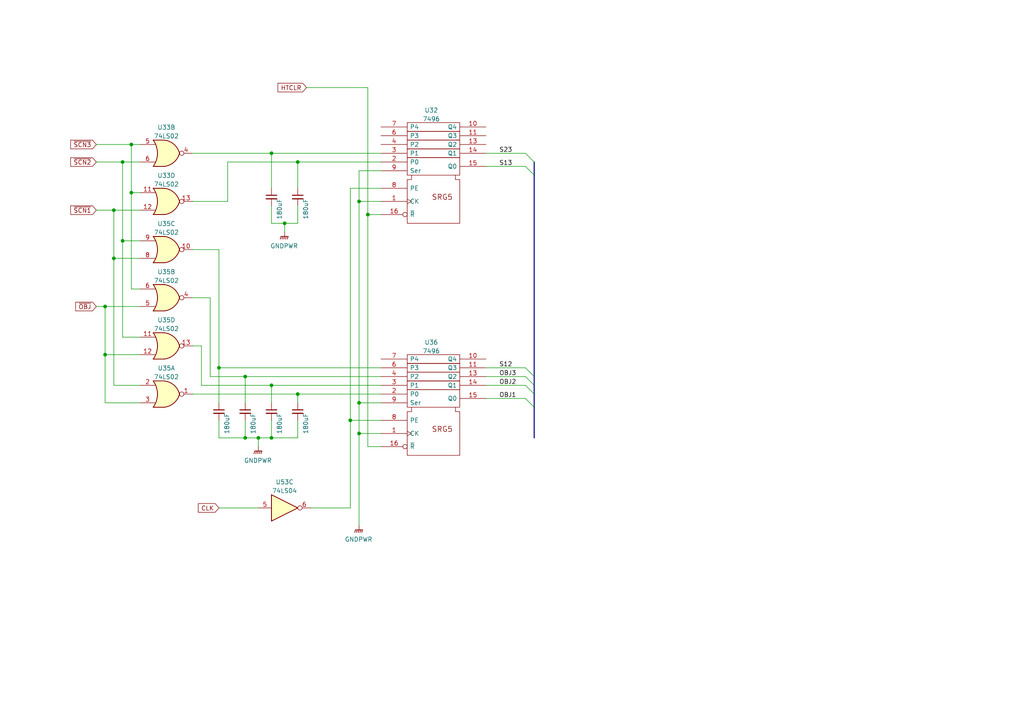
<source format=kicad_sch>
(kicad_sch (version 20211123) (generator eeschema)
  (paper "A4")
  (title_block (title "TAITO SYSTEM SJ") (company "ANTON GALE"))
  (lib_symbols
    (symbol "74xx_IEEE:7496" (pin_names (offset 0.762))
      (property "Reference" "U" (at 11.43 5.08 0))
      (property "Value" "7496" (at 6.35 -16.51 0))
      (symbol "7496_0_0"
        (polyline (pts (xy -8.89 0) (xy -8.89 0)))
        (text "SRG5" (at 2.54 6.35 0) (effects (font (size 1.524 1.524))))
        (pin power_in line (at 0 13.97 270) (length 0) hide (name "GND") (number "12"))
        (pin power_in line (at 5.08 13.97 270) (length 0) hide (name "VCC") (number "5"))
      )
      (symbol "7496_0_1"
        (rectangle (start -7.62 -12.7) (end 7.62 -15.24))
        (rectangle (start -7.62 -10.16) (end 7.62 -12.7))
        (rectangle (start -7.62 -7.62) (end 7.62 -10.16))
        (rectangle (start -7.62 -5.08) (end 7.62 -7.62))
        (rectangle (start -7.62 0) (end 7.62 -5.08))
        (polyline (pts (xy -6.35 0) (xy -6.35 1.27) (xy -7.62 1.27) (xy -7.62 13.97) (xy 7.62 13.97) (xy 7.62 1.27) (xy 6.35 1.27) (xy 6.35 0) (xy 6.35 0)))
      )
      (symbol "7496_1_1"
        (pin input clock (at -15.24 7.62 0) (length 7.62) (name "CK") (number "1"))
        (pin output line (at 15.24 -13.97 180) (length 7.62) (name "Q4") (number "10"))
        (pin output line (at 15.24 -11.43 180) (length 7.62) (name "Q3") (number "11"))
        (pin output line (at 15.24 -8.89 180) (length 7.62) (name "Q2") (number "13"))
        (pin output line (at 15.24 -6.35 180) (length 7.62) (name "Q1") (number "14"))
        (pin output line (at 15.24 -2.54 180) (length 7.62) (name "Q0") (number "15"))
        (pin input inverted (at -15.24 11.43 0) (length 7.62) (name "~{R}") (number "16"))
        (pin input line (at -15.24 -3.81 0) (length 7.62) (name "P0") (number "2"))
        (pin input line (at -15.24 -6.35 0) (length 7.62) (name "P1") (number "3"))
        (pin input line (at -15.24 -8.89 0) (length 7.62) (name "P2") (number "4"))
        (pin input line (at -15.24 -11.43 0) (length 7.62) (name "P3") (number "6"))
        (pin input line (at -15.24 -13.97 0) (length 7.62) (name "P4") (number "7"))
        (pin input line (at -15.24 3.81 0) (length 7.62) (name "PE") (number "8"))
        (pin input line (at -15.24 -1.27 0) (length 7.62) (name "Ser") (number "9"))
      )
    )
    (symbol "Device:C_Small" (pin_numbers hide) (pin_names (offset 0.254) hide)
      (property "Reference" "C" (at 0.254 1.778 0))
      (property "Value" "C_Small" (at 0.254 -2.032 0))
      (symbol "C_Small_0_1"
        (polyline (pts (xy -1.524 -0.508) (xy 1.524 -0.508)) (stroke (width 0.3302)))
        (polyline (pts (xy -1.524 0.508) (xy 1.524 0.508)) (stroke (width 0.3048)))
      )
      (symbol "C_Small_1_1"
        (pin passive line (at 0 2.54 270) (length 2.032) (name "~") (number "1"))
        (pin passive line (at 0 -2.54 90) (length 2.032) (name "~") (number "2"))
      )
    )
    (symbol "jt74:74LS02" (pin_names (offset 1.016))
      (property "Reference" "U" (at 0 1.27 0))
      (property "Value" "74LS02" (at 0 -1.27 0))
      (symbol "74LS02_1_1"
        (arc (start -3.81 -3.81) (mid -2.589 0) (end -3.81 3.81) (stroke (width 0.254)))
        (arc (start -0.6096 -3.81) (mid 2.1842 -2.5851) (end 3.81 0) (stroke (width 0.254)) (fill (type background)))
        (polyline (pts (xy -3.81 -3.81) (xy -0.635 -3.81)) (stroke (width 0.254)) (fill (type background)))
        (polyline (pts (xy -3.81 3.81) (xy -0.635 3.81)) (stroke (width 0.254)) (fill (type background)))
        (polyline (pts (xy -0.635 3.81) (xy -3.81 3.81) (xy -3.81 3.81) (xy -3.556 3.4036) (xy -3.0226 2.2606) (xy -2.6924 1.0414) (xy -2.6162 -0.254) (xy -2.7686 -1.4986) (xy -3.175 -2.7178) (xy -3.81 -3.81) (xy -3.81 -3.81) (xy -0.635 -3.81)) (stroke (width -25.4)) (fill (type background)))
        (arc (start 3.81 0) (mid 2.1915 2.5936) (end -0.6096 3.81) (stroke (width 0.254)) (fill (type background)))
        (pin output inverted (at 7.62 0 180) (length 3.81) (name "~") (number "1"))
        (pin input line (at -7.62 2.54 0) (length 4.318) (name "~") (number "2"))
        (pin input line (at -7.62 -2.54 0) (length 4.318) (name "~") (number "3"))
      )
      (symbol "74LS02_1_2"
        (arc (start 0 -3.81) (mid 3.81 0) (end 0 3.81) (stroke (width 0.254)) (fill (type background)))
        (polyline (pts (xy 0 3.81) (xy -3.81 3.81) (xy -3.81 -3.81) (xy 0 -3.81)) (stroke (width 0.254)) (fill (type background)))
        (pin output line (at 7.62 0 180) (length 3.81) (name "~") (number "1"))
        (pin input inverted (at -7.62 2.54 0) (length 3.81) (name "~") (number "2"))
        (pin input inverted (at -7.62 -2.54 0) (length 3.81) (name "~") (number "3"))
      )
      (symbol "74LS02_2_1"
        (arc (start -3.81 -3.81) (mid -2.589 0) (end -3.81 3.81) (stroke (width 0.254)))
        (arc (start -0.6096 -3.81) (mid 2.1842 -2.5851) (end 3.81 0) (stroke (width 0.254)) (fill (type background)))
        (polyline (pts (xy -3.81 -3.81) (xy -0.635 -3.81)) (stroke (width 0.254)) (fill (type background)))
        (polyline (pts (xy -3.81 3.81) (xy -0.635 3.81)) (stroke (width 0.254)) (fill (type background)))
        (polyline (pts (xy -0.635 3.81) (xy -3.81 3.81) (xy -3.81 3.81) (xy -3.556 3.4036) (xy -3.0226 2.2606) (xy -2.6924 1.0414) (xy -2.6162 -0.254) (xy -2.7686 -1.4986) (xy -3.175 -2.7178) (xy -3.81 -3.81) (xy -3.81 -3.81) (xy -0.635 -3.81)) (stroke (width -25.4)) (fill (type background)))
        (arc (start 3.81 0) (mid 2.1915 2.5936) (end -0.6096 3.81) (stroke (width 0.254)) (fill (type background)))
        (pin output inverted (at 7.62 0 180) (length 3.81) (name "~") (number "4"))
        (pin input line (at -7.62 2.54 0) (length 4.318) (name "~") (number "5"))
        (pin input line (at -7.62 -2.54 0) (length 4.318) (name "~") (number "6"))
      )
      (symbol "74LS02_2_2"
        (arc (start 0 -3.81) (mid 3.81 0) (end 0 3.81) (stroke (width 0.254)) (fill (type background)))
        (polyline (pts (xy 0 3.81) (xy -3.81 3.81) (xy -3.81 -3.81) (xy 0 -3.81)) (stroke (width 0.254)) (fill (type background)))
        (pin output line (at 7.62 0 180) (length 3.81) (name "~") (number "4"))
        (pin input inverted (at -7.62 2.54 0) (length 3.81) (name "~") (number "5"))
        (pin input inverted (at -7.62 -2.54 0) (length 3.81) (name "~") (number "6"))
      )
      (symbol "74LS02_3_1"
        (arc (start -3.81 -3.81) (mid -2.589 0) (end -3.81 3.81) (stroke (width 0.254)))
        (arc (start -0.6096 -3.81) (mid 2.1842 -2.5851) (end 3.81 0) (stroke (width 0.254)) (fill (type background)))
        (polyline (pts (xy -3.81 -3.81) (xy -0.635 -3.81)) (stroke (width 0.254)) (fill (type background)))
        (polyline (pts (xy -3.81 3.81) (xy -0.635 3.81)) (stroke (width 0.254)) (fill (type background)))
        (polyline (pts (xy -0.635 3.81) (xy -3.81 3.81) (xy -3.81 3.81) (xy -3.556 3.4036) (xy -3.0226 2.2606) (xy -2.6924 1.0414) (xy -2.6162 -0.254) (xy -2.7686 -1.4986) (xy -3.175 -2.7178) (xy -3.81 -3.81) (xy -3.81 -3.81) (xy -0.635 -3.81)) (stroke (width -25.4)) (fill (type background)))
        (arc (start 3.81 0) (mid 2.1915 2.5936) (end -0.6096 3.81) (stroke (width 0.254)) (fill (type background)))
        (pin output inverted (at 7.62 0 180) (length 3.81) (name "~") (number "10"))
        (pin input line (at -7.62 2.54 0) (length 4.318) (name "~") (number "8"))
        (pin input line (at -7.62 -2.54 0) (length 4.318) (name "~") (number "9"))
      )
      (symbol "74LS02_3_2"
        (arc (start 0 -3.81) (mid 3.81 0) (end 0 3.81) (stroke (width 0.254)) (fill (type background)))
        (polyline (pts (xy 0 3.81) (xy -3.81 3.81) (xy -3.81 -3.81) (xy 0 -3.81)) (stroke (width 0.254)) (fill (type background)))
        (pin output line (at 7.62 0 180) (length 3.81) (name "~") (number "10"))
        (pin input inverted (at -7.62 2.54 0) (length 3.81) (name "~") (number "8"))
        (pin input inverted (at -7.62 -2.54 0) (length 3.81) (name "~") (number "9"))
      )
      (symbol "74LS02_4_1"
        (arc (start -3.81 -3.81) (mid -2.589 0) (end -3.81 3.81) (stroke (width 0.254)))
        (arc (start -0.6096 -3.81) (mid 2.1842 -2.5851) (end 3.81 0) (stroke (width 0.254)) (fill (type background)))
        (polyline (pts (xy -3.81 -3.81) (xy -0.635 -3.81)) (stroke (width 0.254)) (fill (type background)))
        (polyline (pts (xy -3.81 3.81) (xy -0.635 3.81)) (stroke (width 0.254)) (fill (type background)))
        (polyline (pts (xy -0.635 3.81) (xy -3.81 3.81) (xy -3.81 3.81) (xy -3.556 3.4036) (xy -3.0226 2.2606) (xy -2.6924 1.0414) (xy -2.6162 -0.254) (xy -2.7686 -1.4986) (xy -3.175 -2.7178) (xy -3.81 -3.81) (xy -3.81 -3.81) (xy -0.635 -3.81)) (stroke (width -25.4)) (fill (type background)))
        (arc (start 3.81 0) (mid 2.1915 2.5936) (end -0.6096 3.81) (stroke (width 0.254)) (fill (type background)))
        (pin input line (at -7.62 2.54 0) (length 4.318) (name "~") (number "11"))
        (pin input line (at -7.62 -2.54 0) (length 4.318) (name "~") (number "12"))
        (pin output inverted (at 7.62 0 180) (length 3.81) (name "~") (number "13"))
      )
      (symbol "74LS02_4_2"
        (arc (start 0 -3.81) (mid 3.81 0) (end 0 3.81) (stroke (width 0.254)) (fill (type background)))
        (polyline (pts (xy 0 3.81) (xy -3.81 3.81) (xy -3.81 -3.81) (xy 0 -3.81)) (stroke (width 0.254)) (fill (type background)))
        (pin input inverted (at -7.62 2.54 0) (length 3.81) (name "~") (number "11"))
        (pin input inverted (at -7.62 -2.54 0) (length 3.81) (name "~") (number "12"))
        (pin output line (at 7.62 0 180) (length 3.81) (name "~") (number "13"))
      )
      (symbol "74LS02_5_0"
        (pin power_in line (at 0 7.62 270) (length 5.08) hide (name "VCC") (number "14"))
        (pin power_in line (at 0 -7.62 90) (length 5.08) hide (name "VSS") (number "7"))
      )
      (symbol "74LS02_5_1"
        (rectangle (start -5.08 7.62) (end 5.08 -7.62) (stroke (width 0.254)) (fill (type background)))
      )
    )
    (symbol "jt74:74LS04" (pin_names (offset 1.016))
      (property "Reference" "U" (at 0 1.27 0))
      (property "Value" "74LS04" (at 0 -1.27 0))
      (symbol "74LS04_1_0"
        (polyline (pts (xy -3.81 3.81) (xy -3.81 -3.81) (xy 3.81 0) (xy -3.81 3.81)) (stroke (width 0.254)) (fill (type background)))
        (pin input line (at -7.62 0 0) (length 3.81) (name "~") (number "1"))
        (pin output inverted (at 7.62 0 180) (length 3.81) (name "~") (number "2"))
      )
      (symbol "74LS04_2_0"
        (polyline (pts (xy -3.81 3.81) (xy -3.81 -3.81) (xy 3.81 0) (xy -3.81 3.81)) (stroke (width 0.254)) (fill (type background)))
        (pin input line (at -7.62 0 0) (length 3.81) (name "~") (number "3"))
        (pin output inverted (at 7.62 0 180) (length 3.81) (name "~") (number "4"))
      )
      (symbol "74LS04_3_0"
        (polyline (pts (xy -3.81 3.81) (xy -3.81 -3.81) (xy 3.81 0) (xy -3.81 3.81)) (stroke (width 0.254)) (fill (type background)))
        (pin input line (at -7.62 0 0) (length 3.81) (name "~") (number "5"))
        (pin output inverted (at 7.62 0 180) (length 3.81) (name "~") (number "6"))
      )
      (symbol "74LS04_4_0"
        (polyline (pts (xy -3.81 3.81) (xy -3.81 -3.81) (xy 3.81 0) (xy -3.81 3.81)) (stroke (width 0.254)) (fill (type background)))
        (pin output inverted (at 7.62 0 180) (length 3.81) (name "~") (number "8"))
        (pin input line (at -7.62 0 0) (length 3.81) (name "~") (number "9"))
      )
      (symbol "74LS04_5_0"
        (polyline (pts (xy -3.81 3.81) (xy -3.81 -3.81) (xy 3.81 0) (xy -3.81 3.81)) (stroke (width 0.254)) (fill (type background)))
        (pin output inverted (at 7.62 0 180) (length 3.81) (name "~") (number "10"))
        (pin input line (at -7.62 0 0) (length 3.81) (name "~") (number "11"))
      )
      (symbol "74LS04_6_0"
        (polyline (pts (xy -3.81 3.81) (xy -3.81 -3.81) (xy 3.81 0) (xy -3.81 3.81)) (stroke (width 0.254)) (fill (type background)))
        (pin output inverted (at 7.62 0 180) (length 3.81) (name "~") (number "12"))
        (pin input line (at -7.62 0 0) (length 3.81) (name "~") (number "13"))
      )
      (symbol "74LS04_7_0"
        (pin power_in line (at 0 7.62 270) (length 5.08) hide (name "VCC") (number "14"))
        (pin power_in line (at 0 -7.62 90) (length 5.08) hide (name "VSS") (number "7"))
      )
      (symbol "74LS04_7_1"
        (rectangle (start -5.08 7.62) (end 5.08 -7.62) (stroke (width 0.254)) (fill (type background)))
      )
    )
    (symbol "power:GNDPWR" (power) (pin_names (offset 0))
      (property "Value" "GNDPWR" (at 0 -3.302 0))
      (symbol "GNDPWR_0_1"
        (polyline (pts (xy 0 -1.27) (xy 0 0)))
        (polyline (pts (xy -1.016 -1.27) (xy -1.27 -2.032) (xy -1.27 -2.032)) (stroke (width 0.2032)))
        (polyline (pts (xy -0.508 -1.27) (xy -0.762 -2.032) (xy -0.762 -2.032)) (stroke (width 0.2032)))
        (polyline (pts (xy 0 -1.27) (xy -0.254 -2.032) (xy -0.254 -2.032)) (stroke (width 0.2032)))
        (polyline (pts (xy 0.508 -1.27) (xy 0.254 -2.032) (xy 0.254 -2.032)) (stroke (width 0.2032)))
        (polyline (pts (xy 1.016 -1.27) (xy -1.016 -1.27) (xy -1.016 -1.27)) (stroke (width 0.2032)))
        (polyline (pts (xy 1.016 -1.27) (xy 0.762 -2.032) (xy 0.762 -2.032) (xy 0.762 -2.032)) (stroke (width 0.2032)))
      )
      (symbol "GNDPWR_1_1"
        (pin power_in line (at 0 0 270) (length 0) hide (name "GNDPWR") (number "1"))
      )
    )
  )
  (junction (at 101.6 121.92))
  (junction (at 35.56 69.85))
  (junction (at 82.55 64.77))
  (junction (at 104.14 125.73))
  (junction (at 71.12 127))
  (junction (at 38.1 41.91))
  (junction (at 86.36 114.3))
  (junction (at 78.74 111.76))
  (junction (at 33.02 74.93))
  (junction (at 78.74 127))
  (junction (at 104.14 58.42))
  (junction (at 78.74 44.45))
  (junction (at 38.1 55.88))
  (junction (at 63.5 106.68))
  (junction (at 33.02 60.96))
  (junction (at 74.93 127))
  (junction (at 106.68 62.23))
  (junction (at 86.36 46.99))
  (junction (at 104.14 116.84))
  (junction (at 30.48 102.87))
  (junction (at 71.12 109.22))
  (junction (at 35.56 46.99))
  (junction (at 30.48 88.9))
  (bus_entry (at 152.4 44.45) (size 2.54 2.54))
  (bus_entry (at 152.4 48.26) (size 2.54 2.54))
  (bus_entry (at 152.4 106.68) (size 2.54 2.54))
  (bus_entry (at 152.4 109.22) (size 2.54 2.54))
  (bus_entry (at 152.4 111.76) (size 2.54 2.54))
  (bus_entry (at 152.4 115.57) (size 2.54 2.54))
  (wire (pts (xy 27.94 88.9) (xy 30.48 88.9)))
  (wire (pts (xy 55.88 86.36) (xy 60.96 86.36)))
  (wire (pts (xy 38.1 41.91) (xy 40.64 41.91)))
  (bus (pts (xy 154.94 46.99) (xy 154.94 50.8)))
  (wire (pts (xy 82.55 64.77) (xy 82.55 67.31)))
  (wire (pts (xy 55.88 72.39) (xy 63.5 72.39)))
  (wire (pts (xy 60.96 86.36) (xy 60.96 109.22)))
  (bus (pts (xy 154.94 50.8) (xy 154.94 109.22)))
  (wire (pts (xy 58.42 100.33) (xy 58.42 111.76)))
  (wire (pts (xy 71.12 109.22) (xy 71.12 116.84)))
  (bus (pts (xy 154.94 109.22) (xy 154.94 111.76)))
  (wire (pts (xy 110.49 54.61) (xy 101.6 54.61)))
  (wire (pts (xy 86.36 114.3) (xy 110.49 114.3)))
  (wire (pts (xy 106.68 62.23) (xy 110.49 62.23)))
  (wire (pts (xy 27.94 41.91) (xy 38.1 41.91)))
  (wire (pts (xy 101.6 121.92) (xy 110.49 121.92)))
  (wire (pts (xy 101.6 121.92) (xy 101.6 147.32)))
  (wire (pts (xy 104.14 125.73) (xy 104.14 152.4)))
  (wire (pts (xy 30.48 116.84) (xy 40.64 116.84)))
  (wire (pts (xy 140.97 115.57) (xy 152.4 115.57)))
  (wire (pts (xy 27.94 60.96) (xy 33.02 60.96)))
  (wire (pts (xy 140.97 44.45) (xy 152.4 44.45)))
  (wire (pts (xy 55.88 114.3) (xy 86.36 114.3)))
  (wire (pts (xy 78.74 44.45) (xy 110.49 44.45)))
  (wire (pts (xy 38.1 55.88) (xy 40.64 55.88)))
  (wire (pts (xy 63.5 106.68) (xy 110.49 106.68)))
  (wire (pts (xy 110.49 116.84) (xy 104.14 116.84)))
  (wire (pts (xy 33.02 60.96) (xy 33.02 74.93)))
  (wire (pts (xy 71.12 109.22) (xy 110.49 109.22)))
  (wire (pts (xy 33.02 60.96) (xy 40.64 60.96)))
  (wire (pts (xy 86.36 46.99) (xy 86.36 54.61)))
  (wire (pts (xy 38.1 83.82) (xy 40.64 83.82)))
  (wire (pts (xy 38.1 55.88) (xy 38.1 83.82)))
  (wire (pts (xy 35.56 46.99) (xy 35.56 69.85)))
  (wire (pts (xy 78.74 64.77) (xy 82.55 64.77)))
  (wire (pts (xy 78.74 59.69) (xy 78.74 64.77)))
  (wire (pts (xy 63.5 121.92) (xy 63.5 127)))
  (wire (pts (xy 88.9 25.4) (xy 106.68 25.4)))
  (wire (pts (xy 74.93 127) (xy 78.74 127)))
  (wire (pts (xy 60.96 109.22) (xy 71.12 109.22)))
  (wire (pts (xy 86.36 59.69) (xy 86.36 64.77)))
  (wire (pts (xy 33.02 74.93) (xy 40.64 74.93)))
  (bus (pts (xy 154.94 111.76) (xy 154.94 114.3)))
  (wire (pts (xy 30.48 102.87) (xy 40.64 102.87)))
  (wire (pts (xy 66.04 58.42) (xy 55.88 58.42)))
  (wire (pts (xy 106.68 62.23) (xy 106.68 25.4)))
  (wire (pts (xy 110.49 129.54) (xy 106.68 129.54)))
  (wire (pts (xy 106.68 129.54) (xy 106.68 62.23)))
  (wire (pts (xy 104.14 125.73) (xy 110.49 125.73)))
  (wire (pts (xy 63.5 147.32) (xy 74.93 147.32)))
  (wire (pts (xy 35.56 97.79) (xy 40.64 97.79)))
  (wire (pts (xy 71.12 121.92) (xy 71.12 127)))
  (wire (pts (xy 63.5 106.68) (xy 63.5 116.84)))
  (wire (pts (xy 35.56 69.85) (xy 35.56 97.79)))
  (wire (pts (xy 78.74 111.76) (xy 78.74 116.84)))
  (wire (pts (xy 66.04 46.99) (xy 66.04 58.42)))
  (wire (pts (xy 140.97 48.26) (xy 152.4 48.26)))
  (wire (pts (xy 140.97 111.76) (xy 152.4 111.76)))
  (wire (pts (xy 78.74 44.45) (xy 78.74 54.61)))
  (bus (pts (xy 154.94 118.11) (xy 154.94 127)))
  (wire (pts (xy 110.49 49.53) (xy 104.14 49.53)))
  (wire (pts (xy 38.1 41.91) (xy 38.1 55.88)))
  (wire (pts (xy 104.14 116.84) (xy 104.14 125.73)))
  (wire (pts (xy 86.36 121.92) (xy 86.36 127)))
  (wire (pts (xy 63.5 72.39) (xy 63.5 106.68)))
  (wire (pts (xy 58.42 111.76) (xy 78.74 111.76)))
  (wire (pts (xy 101.6 54.61) (xy 101.6 121.92)))
  (wire (pts (xy 104.14 58.42) (xy 110.49 58.42)))
  (wire (pts (xy 86.36 114.3) (xy 86.36 116.84)))
  (wire (pts (xy 104.14 49.53) (xy 104.14 58.42)))
  (wire (pts (xy 63.5 127) (xy 71.12 127)))
  (wire (pts (xy 30.48 88.9) (xy 30.48 102.87)))
  (wire (pts (xy 104.14 58.42) (xy 104.14 116.84)))
  (wire (pts (xy 35.56 69.85) (xy 40.64 69.85)))
  (wire (pts (xy 30.48 88.9) (xy 40.64 88.9)))
  (wire (pts (xy 78.74 111.76) (xy 110.49 111.76)))
  (bus (pts (xy 154.94 114.3) (xy 154.94 118.11)))
  (wire (pts (xy 140.97 106.68) (xy 152.4 106.68)))
  (wire (pts (xy 66.04 46.99) (xy 86.36 46.99)))
  (wire (pts (xy 35.56 46.99) (xy 40.64 46.99)))
  (wire (pts (xy 140.97 109.22) (xy 152.4 109.22)))
  (wire (pts (xy 30.48 102.87) (xy 30.48 116.84)))
  (wire (pts (xy 33.02 74.93) (xy 33.02 111.76)))
  (wire (pts (xy 110.49 46.99) (xy 86.36 46.99)))
  (wire (pts (xy 55.88 44.45) (xy 78.74 44.45)))
  (wire (pts (xy 71.12 127) (xy 74.93 127)))
  (wire (pts (xy 82.55 64.77) (xy 86.36 64.77)))
  (wire (pts (xy 78.74 121.92) (xy 78.74 127)))
  (wire (pts (xy 33.02 111.76) (xy 40.64 111.76)))
  (wire (pts (xy 74.93 127) (xy 74.93 129.54)))
  (wire (pts (xy 27.94 46.99) (xy 35.56 46.99)))
  (wire (pts (xy 55.88 100.33) (xy 58.42 100.33)))
  (wire (pts (xy 78.74 127) (xy 86.36 127)))
  (wire (pts (xy 90.17 147.32) (xy 101.6 147.32)))
  (label "S13" (at 144.78 48.26 0))
  (label "S12" (at 144.78 106.68 0))
  (label "OBJ3" (at 144.78 109.22 0))
  (label "OBJ2" (at 144.78 111.76 0))
  (label "S23" (at 144.78 44.45 0))
  (label "OBJ1" (at 144.78 115.57 0))
  (global_label "~{OBJ}" (shape input) (at 27.94 88.9 180) (property "Intersheet References" "${INTERSHEET_REFS}" (effects hide)))
  (global_label "HTCLR" (shape input) (at 88.9 25.4 180) (property "Intersheet References" "${INTERSHEET_REFS}" (effects hide)))
  (global_label "~{SCN1}" (shape input) (at 27.94 60.96 180) (property "Intersheet References" "${INTERSHEET_REFS}" (effects hide)))
  (global_label "~{SCN3}" (shape input) (at 27.94 41.91 180) (property "Intersheet References" "${INTERSHEET_REFS}" (effects hide)))
  (global_label "CLK" (shape input) (at 63.5 147.32 180) (property "Intersheet References" "${INTERSHEET_REFS}" (effects hide)))
  (global_label "~{SCN2}" (shape input) (at 27.94 46.99 180) (property "Intersheet References" "${INTERSHEET_REFS}" (effects hide)))
  (symbol (lib_id "jt74:74LS02") (at 48.26 114.3 0) (unit 1)
    (property "Reference" "U35" (at 48.26 106.7902 0))
    (property "Value" "74LS02" (at 48.26 109.3271 0))
    (property "Datasheet" "http://www.ti.com/lit/gpn/sn74ls02" (effects hide))
  )
  (symbol (lib_id "jt74:74LS02") (at 48.26 58.42 0) (unit 4)
    (property "Reference" "U33" (at 48.26 50.9102 0))
    (property "Value" "74LS02" (at 48.26 53.4471 0))
    (property "Datasheet" "http://www.ti.com/lit/gpn/sn74ls02" (effects hide))
  )
  (symbol (lib_id "Device:C_Small") (at 78.74 57.15 0) (mirror y) (unit 1)
    (property "Reference" "C?" (effects hide))
    (property "Value" "180uF" (at 81.0641 57.5901 90) (effects (justify right)))
  )
  (symbol (lib_id "jt74:74LS02") (at 48.26 100.33 0) (unit 4)
    (property "Reference" "U35" (at 48.26 92.8202 0))
    (property "Value" "74LS02" (at 48.26 95.3571 0))
    (property "Datasheet" "http://www.ti.com/lit/gpn/sn74ls02" (effects hide))
  )
  (symbol (lib_id "74xx_IEEE:7496") (at 125.73 118.11 0) (mirror x) (unit 1)
    (property "Reference" "U36" (at 125.095 99.2972 0))
    (property "Value" "7496" (at 125.095 101.8341 0))
  )
  (symbol (lib_id "74xx_IEEE:7496") (at 125.73 50.8 0) (mirror x) (unit 1)
    (property "Reference" "U32" (at 125.095 31.9872 0))
    (property "Value" "7496" (at 125.095 34.5241 0))
  )
  (symbol (lib_id "power:GNDPWR") (at 74.93 129.54 0) (unit 1)
    (property "Reference" "#PWR?" (effects hide))
    (property "Value" "GNDPWR" (at 74.803 133.577 0))
  )
  (symbol (lib_id "jt74:74LS02") (at 48.26 86.36 0) (mirror x) (unit 2)
    (property "Reference" "U35" (at 48.26 78.8502 0))
    (property "Value" "74LS02" (at 48.26 81.3871 0))
    (property "Datasheet" "http://www.ti.com/lit/gpn/sn74ls02" (effects hide))
  )
  (symbol (lib_id "jt74:74LS02") (at 48.26 72.39 0) (mirror x) (unit 3)
    (property "Reference" "U35" (at 48.26 64.8802 0))
    (property "Value" "74LS02" (at 48.26 67.4171 0))
    (property "Datasheet" "http://www.ti.com/lit/gpn/sn74ls02" (effects hide))
  )
  (symbol (lib_id "Device:C_Small") (at 71.12 119.38 0) (mirror y) (unit 1)
    (property "Reference" "C?" (effects hide))
    (property "Value" "180uF" (at 73.4441 119.8201 90) (effects (justify right)))
  )
  (symbol (lib_id "jt74:74LS02") (at 48.26 44.45 0) (unit 2)
    (property "Reference" "U33" (at 48.26 36.9402 0))
    (property "Value" "74LS02" (at 48.26 39.4771 0))
    (property "Datasheet" "http://www.ti.com/lit/gpn/sn74ls02" (effects hide))
  )
  (symbol (lib_id "power:GNDPWR") (at 104.14 152.4 0) (unit 1)
    (property "Reference" "#PWR?" (effects hide))
    (property "Value" "GNDPWR" (at 104.013 156.437 0))
  )
  (symbol (lib_id "Device:C_Small") (at 78.74 119.38 0) (mirror y) (unit 1)
    (property "Reference" "C?" (effects hide))
    (property "Value" "180uF" (at 81.0641 119.8201 90) (effects (justify right)))
  )
  (symbol (lib_id "Device:C_Small") (at 63.5 119.38 0) (mirror y) (unit 1)
    (property "Reference" "C?" (effects hide))
    (property "Value" "180uF" (at 65.8241 119.8201 90) (effects (justify right)))
  )
  (symbol (lib_id "Device:C_Small") (at 86.36 57.15 0) (mirror y) (unit 1)
    (property "Reference" "C?" (effects hide))
    (property "Value" "180uF" (at 88.6841 57.5901 90) (effects (justify right)))
  )
  (symbol (lib_id "jt74:74LS04") (at 82.55 147.32 0) (unit 3)
    (property "Reference" "U53" (at 82.55 139.8102 0))
    (property "Value" "74LS04" (at 82.55 142.3471 0))
    (property "Datasheet" "http://www.ti.com/lit/gpn/sn74LS04" (effects hide))
  )
  (symbol (lib_id "Device:C_Small") (at 86.36 119.38 0) (mirror y) (unit 1)
    (property "Reference" "C?" (effects hide))
    (property "Value" "180uF" (at 88.6841 119.8201 90) (effects (justify right)))
  )
  (symbol (lib_id "power:GNDPWR") (at 82.55 67.31 0) (unit 1)
    (property "Reference" "#PWR?" (effects hide))
    (property "Value" "GNDPWR" (at 82.423 71.347 0))
  )
)
</source>
